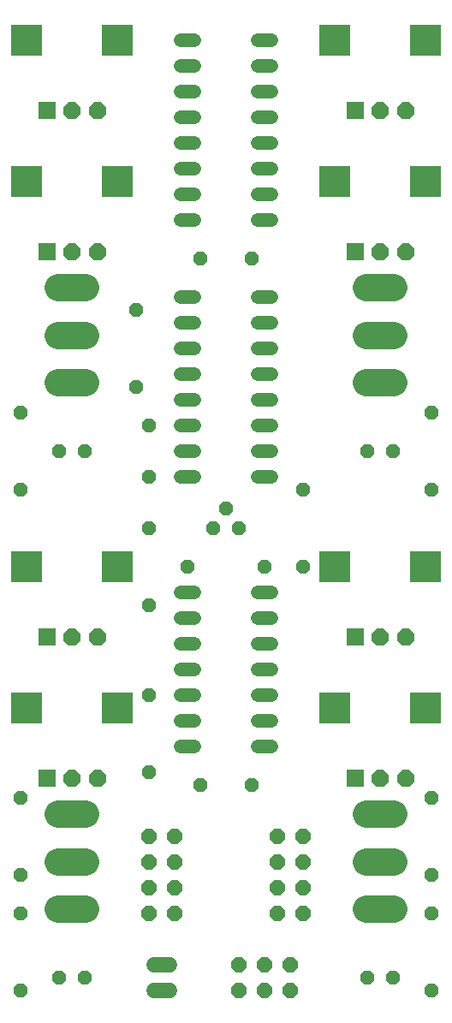
<source format=gbr>
G04 EAGLE Gerber RS-274X export*
G75*
%MOMM*%
%FSLAX34Y34*%
%LPD*%
%INBottom Copper*%
%IPPOS*%
%AMOC8*
5,1,8,0,0,1.08239X$1,22.5*%
G01*
%ADD10R,1.676400X1.676400*%
%ADD11P,1.814519X8X292.500000*%
%ADD12R,3.116000X3.116000*%
%ADD13C,2.705100*%
%ADD14P,1.429621X8X202.500000*%
%ADD15P,1.429621X8X292.500000*%
%ADD16C,1.320800*%
%ADD17P,1.649562X8X22.500000*%
%ADD18P,1.429621X8X22.500000*%
%ADD19P,1.429621X8X112.500000*%
%ADD20P,1.649562X8X112.500000*%
%ADD21C,1.524000*%


D10*
X51200Y755500D03*
D11*
X76200Y755500D03*
X101200Y755500D03*
D12*
X121200Y825500D03*
X31200Y825500D03*
D10*
X51200Y895200D03*
D11*
X76200Y895200D03*
X101200Y895200D03*
D12*
X121200Y965200D03*
X31200Y965200D03*
D13*
X62675Y626110D02*
X89726Y626110D01*
X89726Y673100D02*
X62675Y673100D01*
X62675Y720090D02*
X89726Y720090D01*
D14*
X88900Y558800D03*
X63500Y558800D03*
D15*
X25400Y596900D03*
X25400Y520700D03*
D16*
X260096Y787400D02*
X273304Y787400D01*
X273304Y812800D02*
X260096Y812800D01*
X260096Y939800D02*
X273304Y939800D01*
X273304Y965200D02*
X260096Y965200D01*
X260096Y838200D02*
X273304Y838200D01*
X273304Y863600D02*
X260096Y863600D01*
X260096Y914400D02*
X273304Y914400D01*
X273304Y889000D02*
X260096Y889000D01*
X197104Y965200D02*
X183896Y965200D01*
X183896Y939800D02*
X197104Y939800D01*
X197104Y914400D02*
X183896Y914400D01*
X183896Y889000D02*
X197104Y889000D01*
X197104Y863600D02*
X183896Y863600D01*
X183896Y838200D02*
X197104Y838200D01*
X197104Y812800D02*
X183896Y812800D01*
X183896Y787400D02*
X197104Y787400D01*
X260096Y266700D02*
X273304Y266700D01*
X273304Y292100D02*
X260096Y292100D01*
X260096Y419100D02*
X273304Y419100D01*
X197104Y419100D02*
X183896Y419100D01*
X260096Y317500D02*
X273304Y317500D01*
X273304Y342900D02*
X260096Y342900D01*
X260096Y393700D02*
X273304Y393700D01*
X273304Y368300D02*
X260096Y368300D01*
X197104Y393700D02*
X183896Y393700D01*
X183896Y368300D02*
X197104Y368300D01*
X197104Y342900D02*
X183896Y342900D01*
X183896Y317500D02*
X197104Y317500D01*
X197104Y292100D02*
X183896Y292100D01*
X183896Y266700D02*
X197104Y266700D01*
D14*
X254000Y749300D03*
X203200Y749300D03*
D15*
X139700Y698500D03*
X139700Y622300D03*
D17*
X241300Y25400D03*
X241300Y50800D03*
X266700Y25400D03*
X266700Y50800D03*
X292100Y25400D03*
X292100Y50800D03*
D18*
X190500Y444500D03*
X266700Y444500D03*
D16*
X273304Y533400D02*
X260096Y533400D01*
X260096Y558800D02*
X273304Y558800D01*
X273304Y685800D02*
X260096Y685800D01*
X260096Y711200D02*
X273304Y711200D01*
X273304Y584200D02*
X260096Y584200D01*
X260096Y609600D02*
X273304Y609600D01*
X273304Y660400D02*
X260096Y660400D01*
X260096Y635000D02*
X273304Y635000D01*
X197104Y711200D02*
X183896Y711200D01*
X183896Y685800D02*
X197104Y685800D01*
X197104Y660400D02*
X183896Y660400D01*
X183896Y635000D02*
X197104Y635000D01*
X197104Y609600D02*
X183896Y609600D01*
X183896Y584200D02*
X197104Y584200D01*
X197104Y558800D02*
X183896Y558800D01*
X183896Y533400D02*
X197104Y533400D01*
D18*
X241300Y482600D03*
X228600Y501650D03*
X215900Y482600D03*
D15*
X304800Y520700D03*
X304800Y444500D03*
D19*
X25400Y139700D03*
X25400Y215900D03*
D14*
X254000Y228600D03*
X203200Y228600D03*
D19*
X152400Y533400D03*
X152400Y584200D03*
D10*
X356000Y755500D03*
D11*
X381000Y755500D03*
X406000Y755500D03*
D12*
X426000Y825500D03*
X336000Y825500D03*
D10*
X356000Y895200D03*
D11*
X381000Y895200D03*
X406000Y895200D03*
D12*
X426000Y965200D03*
X336000Y965200D03*
D13*
X367475Y626110D02*
X394526Y626110D01*
X394526Y673100D02*
X367475Y673100D01*
X367475Y720090D02*
X394526Y720090D01*
D18*
X368300Y558800D03*
X393700Y558800D03*
D15*
X431800Y596900D03*
X431800Y520700D03*
D19*
X152400Y406400D03*
X152400Y482600D03*
D10*
X51200Y234800D03*
D11*
X76200Y234800D03*
X101200Y234800D03*
D12*
X121200Y304800D03*
X31200Y304800D03*
D10*
X51200Y374500D03*
D11*
X76200Y374500D03*
X101200Y374500D03*
D12*
X121200Y444500D03*
X31200Y444500D03*
D13*
X62675Y105410D02*
X89726Y105410D01*
X89726Y152400D02*
X62675Y152400D01*
X62675Y199390D02*
X89726Y199390D01*
D14*
X88900Y38100D03*
X63500Y38100D03*
D15*
X25400Y101600D03*
X25400Y25400D03*
X152400Y317500D03*
X152400Y241300D03*
D10*
X356000Y234800D03*
D11*
X381000Y234800D03*
X406000Y234800D03*
D12*
X426000Y304800D03*
X336000Y304800D03*
D10*
X356000Y374500D03*
D11*
X381000Y374500D03*
X406000Y374500D03*
D12*
X426000Y444500D03*
X336000Y444500D03*
D13*
X367475Y105410D02*
X394526Y105410D01*
X394526Y152400D02*
X367475Y152400D01*
X367475Y199390D02*
X394526Y199390D01*
D18*
X368300Y38100D03*
X393700Y38100D03*
D15*
X431800Y101600D03*
X431800Y25400D03*
X431800Y215900D03*
X431800Y139700D03*
D20*
X177800Y101600D03*
X152400Y101600D03*
X177800Y127000D03*
X152400Y127000D03*
X177800Y152400D03*
X152400Y152400D03*
X177800Y177800D03*
X152400Y177800D03*
D21*
X157480Y25400D02*
X172720Y25400D01*
X172720Y50800D02*
X157480Y50800D01*
D20*
X304800Y101600D03*
X279400Y101600D03*
X304800Y127000D03*
X279400Y127000D03*
X304800Y152400D03*
X279400Y152400D03*
X304800Y177800D03*
X279400Y177800D03*
M02*

</source>
